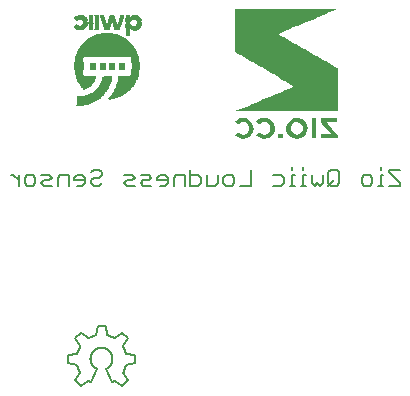
<source format=gbr>
G04 EAGLE Gerber RS-274X export*
G75*
%MOMM*%
%FSLAX34Y34*%
%LPD*%
%INSilkscreen Bottom*%
%IPPOS*%
%AMOC8*
5,1,8,0,0,1.08239X$1,22.5*%
G01*
%ADD10C,0.152400*%
%ADD11R,0.320000X0.020000*%
%ADD12R,0.380000X0.020000*%
%ADD13R,0.360000X0.020000*%
%ADD14R,0.440000X0.020000*%
%ADD15R,0.400000X0.020000*%
%ADD16R,0.420000X0.020000*%
%ADD17R,0.500000X0.020000*%
%ADD18R,0.540000X0.020000*%
%ADD19R,0.600000X0.020000*%
%ADD20R,0.680000X0.020000*%
%ADD21R,0.640000X0.020000*%
%ADD22R,0.720000X0.020000*%
%ADD23R,0.700000X0.020000*%
%ADD24R,0.800000X0.020000*%
%ADD25R,0.740000X0.020000*%
%ADD26R,0.480000X0.020000*%
%ADD27R,0.840000X0.020000*%
%ADD28R,1.200000X0.020000*%
%ADD29R,0.880000X0.020000*%
%ADD30R,1.220000X0.020000*%
%ADD31R,0.940000X0.020000*%
%ADD32R,1.240000X0.020000*%
%ADD33R,0.520000X0.020000*%
%ADD34R,0.960000X0.020000*%
%ADD35R,1.260000X0.020000*%
%ADD36R,1.000000X0.020000*%
%ADD37R,1.280000X0.020000*%
%ADD38R,1.020000X0.020000*%
%ADD39R,1.040000X0.020000*%
%ADD40R,1.300000X0.020000*%
%ADD41R,0.560000X0.020000*%
%ADD42R,1.080000X0.020000*%
%ADD43R,1.320000X0.020000*%
%ADD44R,0.580000X0.020000*%
%ADD45R,1.060000X0.020000*%
%ADD46R,0.620000X0.020000*%
%ADD47R,0.280000X0.020000*%
%ADD48R,0.200000X0.020000*%
%ADD49R,0.460000X0.020000*%
%ADD50R,0.160000X0.020000*%
%ADD51R,0.100000X0.020000*%
%ADD52R,0.040000X0.020000*%
%ADD53R,0.660000X0.020000*%
%ADD54R,0.340000X0.020000*%
%ADD55R,0.860000X0.020000*%
%ADD56R,0.300000X0.020000*%
%ADD57R,0.080000X0.020000*%
%ADD58R,0.140000X0.020000*%
%ADD59R,0.920000X0.020000*%
%ADD60R,1.180000X0.020000*%
%ADD61R,0.780000X0.020000*%
%ADD62R,0.260000X0.020000*%
%ADD63R,1.340000X0.020000*%
%ADD64R,1.500000X0.020000*%
%ADD65R,1.620000X0.020000*%
%ADD66R,1.780000X0.020000*%
%ADD67R,1.860000X0.020000*%
%ADD68R,1.980000X0.020000*%
%ADD69R,2.060000X0.020000*%
%ADD70R,2.140000X0.020000*%
%ADD71R,2.260000X0.020000*%
%ADD72R,2.340000X0.020000*%
%ADD73R,2.460000X0.020000*%
%ADD74R,2.500000X0.020000*%
%ADD75R,2.600000X0.020000*%
%ADD76R,2.660000X0.020000*%
%ADD77R,2.700000X0.020000*%
%ADD78R,2.800000X0.020000*%
%ADD79R,2.860000X0.020000*%
%ADD80R,2.940000X0.020000*%
%ADD81R,3.020000X0.020000*%
%ADD82R,3.060000X0.020000*%
%ADD83R,3.140000X0.020000*%
%ADD84R,3.180000X0.020000*%
%ADD85R,3.220000X0.020000*%
%ADD86R,3.260000X0.020000*%
%ADD87R,3.340000X0.020000*%
%ADD88R,3.420000X0.020000*%
%ADD89R,3.460000X0.020000*%
%ADD90R,3.500000X0.020000*%
%ADD91R,3.540000X0.020000*%
%ADD92R,3.580000X0.020000*%
%ADD93R,3.620000X0.020000*%
%ADD94R,3.660000X0.020000*%
%ADD95R,3.740000X0.020000*%
%ADD96R,3.780000X0.020000*%
%ADD97R,3.820000X0.020000*%
%ADD98R,3.860000X0.020000*%
%ADD99R,3.900000X0.020000*%
%ADD100R,3.940000X0.020000*%
%ADD101R,3.960000X0.020000*%
%ADD102R,4.020000X0.020000*%
%ADD103R,4.060000X0.020000*%
%ADD104R,4.100000X0.020000*%
%ADD105R,4.140000X0.020000*%
%ADD106R,4.160000X0.020000*%
%ADD107R,4.200000X0.020000*%
%ADD108R,4.220000X0.020000*%
%ADD109R,4.260000X0.020000*%
%ADD110R,4.300000X0.020000*%
%ADD111R,4.340000X0.020000*%
%ADD112R,4.380000X0.020000*%
%ADD113R,4.420000X0.020000*%
%ADD114R,4.460000X0.020000*%
%ADD115R,4.480000X0.020000*%
%ADD116R,4.500000X0.020000*%
%ADD117R,4.540000X0.020000*%
%ADD118R,4.580000X0.020000*%
%ADD119R,4.600000X0.020000*%
%ADD120R,4.620000X0.020000*%
%ADD121R,4.660000X0.020000*%
%ADD122R,4.700000X0.020000*%
%ADD123R,4.740000X0.020000*%
%ADD124R,4.780000X0.020000*%
%ADD125R,4.820000X0.020000*%
%ADD126R,4.840000X0.020000*%
%ADD127R,4.860000X0.020000*%
%ADD128R,4.900000X0.020000*%
%ADD129R,4.940000X0.020000*%
%ADD130R,4.980000X0.020000*%
%ADD131R,5.020000X0.020000*%
%ADD132R,5.060000X0.020000*%
%ADD133R,5.080000X0.020000*%
%ADD134R,5.100000X0.020000*%
%ADD135R,5.120000X0.020000*%
%ADD136R,5.140000X0.020000*%
%ADD137R,5.160000X0.020000*%
%ADD138R,5.180000X0.020000*%
%ADD139R,5.200000X0.020000*%
%ADD140R,5.220000X0.020000*%
%ADD141R,5.260000X0.020000*%
%ADD142R,5.280000X0.020000*%
%ADD143R,5.300000X0.020000*%
%ADD144R,5.340000X0.020000*%
%ADD145R,0.760000X0.020000*%
%ADD146R,1.660000X0.020000*%
%ADD147R,1.760000X0.020000*%
%ADD148R,1.640000X0.020000*%
%ADD149R,1.740000X0.020000*%
%ADD150R,1.700000X0.020000*%
%ADD151R,1.600000X0.020000*%
%ADD152R,1.580000X0.020000*%
%ADD153R,1.560000X0.020000*%
%ADD154R,1.540000X0.020000*%
%ADD155R,1.460000X0.020000*%
%ADD156R,1.440000X0.020000*%
%ADD157R,1.420000X0.020000*%
%ADD158R,1.400000X0.020000*%
%ADD159R,1.360000X0.020000*%
%ADD160R,1.520000X0.020000*%
%ADD161R,0.820000X0.020000*%
%ADD162R,1.140000X0.020000*%
%ADD163R,1.480000X0.020000*%
%ADD164R,1.100000X0.020000*%
%ADD165R,0.900000X0.020000*%
%ADD166R,1.380000X0.020000*%
%ADD167R,0.240000X0.020000*%
%ADD168R,0.980000X0.020000*%
%ADD169R,1.160000X0.020000*%
%ADD170R,1.120000X0.020000*%
%ADD171R,0.020000X0.020000*%
%ADD172R,2.080000X0.020000*%
%ADD173R,2.040000X0.020000*%
%ADD174R,2.000000X0.020000*%
%ADD175R,1.960000X0.020000*%
%ADD176R,1.940000X0.020000*%
%ADD177R,1.900000X0.020000*%
%ADD178R,1.880000X0.020000*%
%ADD179R,0.180000X0.020000*%
%ADD180R,1.840000X0.020000*%
%ADD181R,1.800000X0.020000*%
%ADD182R,1.720000X0.020000*%
%ADD183R,1.680000X0.020000*%

G36*
X291775Y237789D02*
X291775Y237789D01*
X291775Y237790D01*
X291775Y237791D01*
X291775Y274223D01*
X291770Y274229D01*
X291769Y274234D01*
X289259Y275689D01*
X286748Y277145D01*
X284238Y278604D01*
X281727Y280060D01*
X279219Y281516D01*
X276709Y282971D01*
X274198Y284427D01*
X271688Y285883D01*
X269177Y287342D01*
X266667Y288797D01*
X264153Y290256D01*
X261642Y291715D01*
X259129Y293173D01*
X256618Y294632D01*
X254105Y296094D01*
X251594Y297555D01*
X249084Y299017D01*
X246573Y300481D01*
X244066Y301946D01*
X241587Y303413D01*
X244143Y304517D01*
X249315Y306707D01*
X251901Y307797D01*
X254490Y308890D01*
X257076Y309979D01*
X259665Y311069D01*
X264843Y313242D01*
X267351Y314297D01*
X269859Y315349D01*
X272366Y316404D01*
X274874Y317456D01*
X277382Y318511D01*
X279889Y319562D01*
X282397Y320617D01*
X284905Y321672D01*
X287412Y322727D01*
X289917Y323782D01*
X291716Y324546D01*
X291718Y324551D01*
X291723Y324555D01*
X291721Y324557D01*
X291723Y324560D01*
X291716Y324563D01*
X291711Y324569D01*
X280149Y324569D01*
X277258Y324572D01*
X251240Y324572D01*
X248348Y324575D01*
X222333Y324575D01*
X220499Y324576D01*
X220499Y324577D01*
X220468Y324577D01*
X219442Y324578D01*
X204989Y324578D01*
X204977Y324567D01*
X204977Y324566D01*
X204980Y321962D01*
X204985Y319356D01*
X204991Y314143D01*
X204997Y311539D01*
X205000Y308933D01*
X205003Y306329D01*
X205009Y303723D01*
X205012Y301116D01*
X205014Y298513D01*
X205020Y295906D01*
X205023Y293300D01*
X205026Y290696D01*
X205029Y288090D01*
X205034Y288084D01*
X205035Y288079D01*
X207546Y286623D01*
X210050Y285171D01*
X212561Y283715D01*
X215066Y282259D01*
X217573Y280806D01*
X220081Y279350D01*
X222589Y277895D01*
X225096Y276442D01*
X227604Y274986D01*
X230112Y273530D01*
X232622Y272074D01*
X235133Y270619D01*
X237640Y269160D01*
X240151Y267701D01*
X242659Y266242D01*
X245169Y264784D01*
X247677Y263322D01*
X250185Y261861D01*
X252689Y260396D01*
X255168Y258932D01*
X252560Y257805D01*
X249922Y256686D01*
X247280Y255571D01*
X244642Y254455D01*
X242001Y253342D01*
X239359Y252232D01*
X236718Y251119D01*
X234077Y250009D01*
X231569Y248957D01*
X229061Y247902D01*
X226553Y246850D01*
X224046Y245799D01*
X221538Y244744D01*
X219030Y243692D01*
X216523Y242637D01*
X214015Y241585D01*
X211507Y240530D01*
X209003Y239476D01*
X207021Y238642D01*
X205036Y237808D01*
X205034Y237802D01*
X205029Y237798D01*
X205031Y237796D01*
X205029Y237793D01*
X205036Y237790D01*
X205041Y237785D01*
X228168Y237785D01*
X231059Y237782D01*
X285981Y237782D01*
X288872Y237779D01*
X291763Y237779D01*
X291775Y237789D01*
G37*
G36*
X258711Y214766D02*
X258711Y214766D01*
X258712Y214766D01*
X260139Y215004D01*
X260140Y215005D01*
X260142Y215005D01*
X262196Y215885D01*
X262197Y215887D01*
X262199Y215886D01*
X263974Y217235D01*
X263975Y217237D01*
X263976Y217237D01*
X265345Y219001D01*
X265345Y219003D01*
X265346Y219003D01*
X266221Y221055D01*
X266220Y221057D01*
X266222Y221058D01*
X266457Y223522D01*
X266456Y223524D01*
X266457Y223525D01*
X266077Y226242D01*
X266075Y226244D01*
X266076Y226246D01*
X265070Y228338D01*
X265068Y228339D01*
X265068Y228340D01*
X263546Y230093D01*
X263544Y230093D01*
X263543Y230095D01*
X261594Y231356D01*
X261592Y231356D01*
X261591Y231357D01*
X259575Y232116D01*
X259572Y232115D01*
X259571Y232116D01*
X257735Y232230D01*
X257415Y232247D01*
X257414Y232246D01*
X257414Y232247D01*
X255258Y232116D01*
X255256Y232115D01*
X255254Y232116D01*
X253235Y231357D01*
X253234Y231355D01*
X253232Y231356D01*
X251172Y229984D01*
X251171Y229982D01*
X251169Y229982D01*
X249586Y228082D01*
X249586Y228079D01*
X249584Y228079D01*
X248619Y225801D01*
X248620Y225798D01*
X248618Y225797D01*
X248612Y225743D01*
X248607Y225695D01*
X248598Y225612D01*
X248593Y225564D01*
X248583Y225481D01*
X248578Y225433D01*
X248569Y225349D01*
X248564Y225302D01*
X248564Y225301D01*
X248554Y225218D01*
X248545Y225134D01*
X248540Y225087D01*
X248531Y225003D01*
X248530Y225003D01*
X248531Y225003D01*
X248525Y224955D01*
X248516Y224872D01*
X248511Y224824D01*
X248501Y224740D01*
X248496Y224693D01*
X248487Y224609D01*
X248472Y224478D01*
X248463Y224394D01*
X248458Y224347D01*
X248458Y224346D01*
X248449Y224263D01*
X248443Y224215D01*
X248434Y224132D01*
X248429Y224084D01*
X248420Y224000D01*
X248405Y223869D01*
X248396Y223785D01*
X248390Y223738D01*
X248381Y223654D01*
X248380Y223644D01*
X248381Y223643D01*
X248380Y223642D01*
X248557Y221483D01*
X248559Y221481D01*
X248558Y221480D01*
X249360Y219353D01*
X249362Y219352D01*
X249362Y219350D01*
X250684Y217502D01*
X250686Y217501D01*
X250686Y217499D01*
X252450Y216064D01*
X252452Y216064D01*
X252452Y216062D01*
X254501Y215077D01*
X254503Y215078D01*
X254504Y215076D01*
X257253Y214774D01*
X257254Y214775D01*
X257255Y214774D01*
X257734Y214771D01*
X258710Y214765D01*
X258711Y214766D01*
G37*
G36*
X291775Y214959D02*
X291775Y214959D01*
X291775Y214960D01*
X291775Y217799D01*
X291772Y217803D01*
X291772Y217807D01*
X290218Y219617D01*
X288666Y221425D01*
X287112Y223232D01*
X285560Y225039D01*
X284005Y226850D01*
X282468Y228638D01*
X284694Y228652D01*
X286946Y228667D01*
X289195Y228678D01*
X291447Y228693D01*
X291459Y228703D01*
X291458Y228704D01*
X291459Y228705D01*
X291459Y231979D01*
X291448Y231991D01*
X291447Y231991D01*
X277496Y231991D01*
X277484Y231981D01*
X277485Y231980D01*
X277484Y231979D01*
X277487Y230579D01*
X277493Y229178D01*
X277496Y229174D01*
X277496Y229170D01*
X279056Y227354D01*
X280619Y225541D01*
X282180Y223728D01*
X283743Y221912D01*
X285304Y220099D01*
X286850Y218302D01*
X284581Y218291D01*
X284575Y218291D01*
X284531Y218291D01*
X282645Y218279D01*
X282640Y218279D01*
X280718Y218267D01*
X280713Y218267D01*
X279841Y218262D01*
X278792Y218255D01*
X278787Y218255D01*
X277496Y218247D01*
X277484Y218237D01*
X277485Y218236D01*
X277484Y218235D01*
X277484Y214960D01*
X277495Y214949D01*
X277496Y214948D01*
X291763Y214948D01*
X291775Y214959D01*
G37*
G36*
X214451Y214963D02*
X214451Y214963D01*
X214453Y214965D01*
X214455Y214964D01*
X216872Y216077D01*
X216873Y216079D01*
X216875Y216079D01*
X218863Y217851D01*
X218863Y217854D01*
X218865Y217854D01*
X220185Y220217D01*
X220184Y220219D01*
X220185Y220220D01*
X220186Y220220D01*
X220735Y222876D01*
X220734Y222878D01*
X220735Y222879D01*
X220523Y225582D01*
X220521Y225584D01*
X220522Y225585D01*
X219517Y228099D01*
X219515Y228100D01*
X219515Y228102D01*
X218083Y229921D01*
X218081Y229921D01*
X218080Y229923D01*
X216209Y231286D01*
X216207Y231286D01*
X216206Y231287D01*
X214027Y232069D01*
X214025Y232068D01*
X214024Y232070D01*
X211720Y232308D01*
X211718Y232307D01*
X211717Y232308D01*
X209474Y232084D01*
X209473Y232083D01*
X209471Y232084D01*
X207344Y231337D01*
X207343Y231335D01*
X207341Y231335D01*
X205482Y230066D01*
X205481Y230065D01*
X205080Y229716D01*
X205078Y229700D01*
X205079Y229700D01*
X205078Y229699D01*
X206252Y228351D01*
X206253Y228351D01*
X207485Y227002D01*
X207499Y227001D01*
X207500Y227001D01*
X208261Y227518D01*
X210060Y228536D01*
X212110Y228777D01*
X213895Y228400D01*
X215707Y226896D01*
X216667Y224733D01*
X216704Y222367D01*
X215803Y220180D01*
X214081Y218659D01*
X211837Y218149D01*
X209782Y218525D01*
X207992Y219619D01*
X207344Y220142D01*
X207328Y220141D01*
X206154Y218885D01*
X204980Y217630D01*
X204979Y217614D01*
X204981Y217614D01*
X204981Y217613D01*
X205588Y217067D01*
X205589Y217067D01*
X205589Y217066D01*
X207341Y215761D01*
X207343Y215762D01*
X207344Y215760D01*
X209372Y214952D01*
X209374Y214953D01*
X209375Y214951D01*
X211912Y214731D01*
X211913Y214731D01*
X211914Y214731D01*
X214451Y214963D01*
G37*
G36*
X232312Y214908D02*
X232312Y214908D01*
X232314Y214909D01*
X232316Y214909D01*
X234019Y215583D01*
X234020Y215584D01*
X234021Y215584D01*
X236137Y217078D01*
X236137Y217080D01*
X236139Y217080D01*
X237708Y219137D01*
X237708Y219140D01*
X237710Y219140D01*
X238619Y221564D01*
X238619Y221565D01*
X238620Y221566D01*
X238619Y221567D01*
X238620Y221568D01*
X238731Y224212D01*
X238729Y224213D01*
X238730Y224215D01*
X238170Y226801D01*
X238168Y226802D01*
X238168Y226804D01*
X237204Y228580D01*
X237202Y228580D01*
X237202Y228582D01*
X235868Y230099D01*
X235867Y230099D01*
X235866Y230100D01*
X234222Y231269D01*
X234220Y231268D01*
X234219Y231270D01*
X232075Y232095D01*
X232072Y232094D01*
X232071Y232096D01*
X229776Y232253D01*
X229775Y232252D01*
X229774Y232253D01*
X227304Y232067D01*
X227302Y232065D01*
X227301Y232066D01*
X225371Y231337D01*
X225370Y231335D01*
X225369Y231335D01*
X223660Y230185D01*
X223660Y230184D01*
X223659Y230184D01*
X223118Y229699D01*
X223117Y229683D01*
X223118Y229683D01*
X223117Y229682D01*
X224315Y228299D01*
X225512Y226916D01*
X225527Y226913D01*
X225528Y226914D01*
X226068Y227355D01*
X227809Y228432D01*
X229816Y228797D01*
X231749Y228472D01*
X233357Y227360D01*
X234448Y225588D01*
X234804Y223532D01*
X234479Y221462D01*
X233395Y219676D01*
X231789Y218517D01*
X229839Y218146D01*
X227858Y218485D01*
X226134Y219533D01*
X225420Y220046D01*
X225408Y220045D01*
X225405Y220045D01*
X224167Y218883D01*
X223008Y217721D01*
X223007Y217715D01*
X223005Y217713D01*
X223007Y217711D01*
X223007Y217705D01*
X223007Y217704D01*
X223481Y217218D01*
X223482Y217218D01*
X223482Y217217D01*
X225275Y215831D01*
X225277Y215831D01*
X225278Y215830D01*
X227367Y214944D01*
X227369Y214944D01*
X227371Y214943D01*
X229838Y214739D01*
X229839Y214740D01*
X229840Y214739D01*
X232312Y214908D01*
G37*
%LPC*%
G36*
X255597Y218453D02*
X255597Y218453D01*
X253666Y219783D01*
X252536Y221839D01*
X252362Y224182D01*
X252973Y226177D01*
X254327Y227757D01*
X255823Y228577D01*
X257524Y228742D01*
X257732Y228704D01*
X259661Y228342D01*
X261597Y226687D01*
X262511Y224306D01*
X262290Y221764D01*
X260977Y219581D01*
X258774Y218305D01*
X257733Y218224D01*
X257174Y218177D01*
X255597Y218453D01*
G37*
%LPD*%
G36*
X273806Y214962D02*
X273806Y214962D01*
X273805Y214963D01*
X273806Y214963D01*
X273806Y231979D01*
X273796Y231991D01*
X273795Y231991D01*
X273794Y231991D01*
X269991Y231991D01*
X269979Y231981D01*
X269979Y231980D01*
X269979Y231979D01*
X269979Y214963D01*
X269989Y214951D01*
X269990Y214952D01*
X269991Y214951D01*
X273794Y214951D01*
X273806Y214962D01*
G37*
G36*
X245588Y214962D02*
X245588Y214962D01*
X245587Y214963D01*
X245588Y214963D01*
X245588Y218872D01*
X245578Y218883D01*
X245577Y218883D01*
X245576Y218883D01*
X241665Y218883D01*
X241653Y218873D01*
X241654Y218872D01*
X241653Y218872D01*
X241653Y214963D01*
X241664Y214951D01*
X241664Y214952D01*
X241665Y214951D01*
X245576Y214951D01*
X245588Y214962D01*
G37*
D10*
X344678Y188480D02*
X335526Y188480D01*
X335526Y186192D01*
X344678Y177040D01*
X344678Y174752D01*
X335526Y174752D01*
X330645Y183904D02*
X328357Y183904D01*
X328357Y174752D01*
X330645Y174752D02*
X326069Y174752D01*
X328357Y188480D02*
X328357Y190768D01*
X319002Y174752D02*
X314426Y174752D01*
X312138Y177040D01*
X312138Y181616D01*
X314426Y183904D01*
X319002Y183904D01*
X321290Y181616D01*
X321290Y177040D01*
X319002Y174752D01*
X293224Y177040D02*
X293224Y186192D01*
X290937Y188480D01*
X286361Y188480D01*
X284073Y186192D01*
X284073Y177040D01*
X286361Y174752D01*
X290937Y174752D01*
X293224Y177040D01*
X288649Y179328D02*
X284073Y174752D01*
X279192Y177040D02*
X279192Y183904D01*
X279192Y177040D02*
X276904Y174752D01*
X274616Y177040D01*
X272328Y174752D01*
X270040Y177040D01*
X270040Y183904D01*
X265159Y183904D02*
X262871Y183904D01*
X262871Y174752D01*
X265159Y174752D02*
X260583Y174752D01*
X262871Y188480D02*
X262871Y190768D01*
X255804Y183904D02*
X253516Y183904D01*
X253516Y174752D01*
X255804Y174752D02*
X251228Y174752D01*
X253516Y188480D02*
X253516Y190768D01*
X244161Y183904D02*
X237297Y183904D01*
X244161Y183904D02*
X246449Y181616D01*
X246449Y177040D01*
X244161Y174752D01*
X237297Y174752D01*
X218383Y174752D02*
X218383Y188480D01*
X218383Y174752D02*
X209231Y174752D01*
X202062Y174752D02*
X197486Y174752D01*
X195198Y177040D01*
X195198Y181616D01*
X197486Y183904D01*
X202062Y183904D01*
X204350Y181616D01*
X204350Y177040D01*
X202062Y174752D01*
X190317Y177040D02*
X190317Y183904D01*
X190317Y177040D02*
X188029Y174752D01*
X181166Y174752D01*
X181166Y183904D01*
X167133Y188480D02*
X167133Y174752D01*
X173997Y174752D01*
X176285Y177040D01*
X176285Y181616D01*
X173997Y183904D01*
X167133Y183904D01*
X162252Y183904D02*
X162252Y174752D01*
X162252Y183904D02*
X155388Y183904D01*
X153100Y181616D01*
X153100Y174752D01*
X145931Y174752D02*
X141355Y174752D01*
X145931Y174752D02*
X148219Y177040D01*
X148219Y181616D01*
X145931Y183904D01*
X141355Y183904D01*
X139067Y181616D01*
X139067Y179328D01*
X148219Y179328D01*
X134186Y174752D02*
X127322Y174752D01*
X125034Y177040D01*
X127322Y179328D01*
X131898Y179328D01*
X134186Y181616D01*
X131898Y183904D01*
X125034Y183904D01*
X120154Y174752D02*
X113290Y174752D01*
X111002Y177040D01*
X113290Y179328D01*
X117866Y179328D01*
X120154Y181616D01*
X117866Y183904D01*
X111002Y183904D01*
X85224Y188480D02*
X82936Y186192D01*
X85224Y188480D02*
X89800Y188480D01*
X92088Y186192D01*
X92088Y183904D01*
X89800Y181616D01*
X85224Y181616D01*
X82936Y179328D01*
X82936Y177040D01*
X85224Y174752D01*
X89800Y174752D01*
X92088Y177040D01*
X75767Y174752D02*
X71191Y174752D01*
X75767Y174752D02*
X78055Y177040D01*
X78055Y181616D01*
X75767Y183904D01*
X71191Y183904D01*
X68903Y181616D01*
X68903Y179328D01*
X78055Y179328D01*
X64022Y174752D02*
X64022Y183904D01*
X57159Y183904D01*
X54871Y181616D01*
X54871Y174752D01*
X49990Y174752D02*
X43126Y174752D01*
X40838Y177040D01*
X43126Y179328D01*
X47702Y179328D01*
X49990Y181616D01*
X47702Y183904D01*
X40838Y183904D01*
X33669Y174752D02*
X29093Y174752D01*
X26805Y177040D01*
X26805Y181616D01*
X29093Y183904D01*
X33669Y183904D01*
X35957Y181616D01*
X35957Y177040D01*
X33669Y174752D01*
X21924Y174752D02*
X21924Y183904D01*
X21924Y179328D02*
X17348Y183904D01*
X15060Y183904D01*
D11*
X120352Y318416D03*
D12*
X114452Y318416D03*
X109652Y318416D03*
D13*
X100952Y318416D03*
X92352Y318416D03*
D12*
X87652Y318416D03*
X82852Y318416D03*
D13*
X74152Y318416D03*
D14*
X120352Y318216D03*
D15*
X114352Y318216D03*
X109552Y318216D03*
X100952Y318216D03*
X92352Y318216D03*
D16*
X87852Y318216D03*
X82852Y318216D03*
D17*
X74252Y318216D03*
D18*
X120452Y318016D03*
D15*
X114352Y318016D03*
X109552Y318016D03*
D14*
X100952Y318016D03*
D15*
X92352Y318016D03*
X87752Y318016D03*
D16*
X82852Y318016D03*
D19*
X74152Y318016D03*
X120552Y317816D03*
D15*
X114352Y317816D03*
X109552Y317816D03*
D14*
X100952Y317816D03*
D12*
X92452Y317816D03*
D15*
X87752Y317816D03*
D16*
X82852Y317816D03*
D20*
X74152Y317816D03*
D21*
X120552Y317616D03*
D15*
X114352Y317616D03*
D16*
X109452Y317616D03*
D14*
X100952Y317616D03*
D12*
X92452Y317616D03*
D15*
X87752Y317616D03*
D16*
X82852Y317616D03*
D22*
X74152Y317616D03*
D23*
X120452Y317416D03*
D15*
X114352Y317416D03*
X109352Y317416D03*
D14*
X100952Y317416D03*
D12*
X92452Y317416D03*
D15*
X87752Y317416D03*
D16*
X82852Y317416D03*
D24*
X74152Y317416D03*
D25*
X120452Y317216D03*
D16*
X114452Y317216D03*
D15*
X109352Y317216D03*
D26*
X100952Y317216D03*
D12*
X92652Y317216D03*
D15*
X87752Y317216D03*
D16*
X82852Y317216D03*
D27*
X74152Y317216D03*
D28*
X118352Y317016D03*
D16*
X109252Y317016D03*
D26*
X100952Y317016D03*
D12*
X92652Y317016D03*
D15*
X87752Y317016D03*
D16*
X82852Y317016D03*
D29*
X74152Y317016D03*
D30*
X118452Y316816D03*
D15*
X109152Y316816D03*
D17*
X100852Y316816D03*
D13*
X92752Y316816D03*
D15*
X87752Y316816D03*
D16*
X82852Y316816D03*
D31*
X74252Y316816D03*
D32*
X118552Y316616D03*
D15*
X109152Y316616D03*
D33*
X100952Y316616D03*
D12*
X92852Y316616D03*
D15*
X87752Y316616D03*
D16*
X82852Y316616D03*
D34*
X74152Y316616D03*
D35*
X118652Y316416D03*
D15*
X108952Y316416D03*
D33*
X100952Y316416D03*
D12*
X92852Y316416D03*
D15*
X87752Y316416D03*
D16*
X82852Y316416D03*
D36*
X74152Y316416D03*
D37*
X118752Y316216D03*
D15*
X108952Y316216D03*
D33*
X100952Y316216D03*
D13*
X92952Y316216D03*
D15*
X87752Y316216D03*
D16*
X82852Y316216D03*
D38*
X74252Y316216D03*
D37*
X118752Y316016D03*
D15*
X108952Y316016D03*
D18*
X100852Y316016D03*
D12*
X93052Y316016D03*
D15*
X87752Y316016D03*
D16*
X82852Y316016D03*
D39*
X74152Y316016D03*
D40*
X118852Y315816D03*
D12*
X108852Y315816D03*
D41*
X100952Y315816D03*
D12*
X93052Y315816D03*
D15*
X87752Y315816D03*
D16*
X82852Y315816D03*
D42*
X74152Y315816D03*
D40*
X118852Y315616D03*
D12*
X108852Y315616D03*
D41*
X100952Y315616D03*
D13*
X93152Y315616D03*
D15*
X87752Y315616D03*
D16*
X82852Y315616D03*
D42*
X74352Y315616D03*
D43*
X118952Y315416D03*
D12*
X108652Y315416D03*
D44*
X100852Y315416D03*
D13*
X93152Y315416D03*
D15*
X87752Y315416D03*
D16*
X82852Y315416D03*
D45*
X74452Y315416D03*
D41*
X122752Y315216D03*
D46*
X115452Y315216D03*
D12*
X108652Y315216D03*
D44*
X100852Y315216D03*
D12*
X93252Y315216D03*
D15*
X87752Y315216D03*
D16*
X82852Y315216D03*
D41*
X77152Y315216D03*
D15*
X71552Y315216D03*
D17*
X123052Y315016D03*
D41*
X115152Y315016D03*
D12*
X108652Y315016D03*
D19*
X100952Y315016D03*
D13*
X93352Y315016D03*
D15*
X87752Y315016D03*
D16*
X82852Y315016D03*
D26*
X77552Y315016D03*
D47*
X71352Y315016D03*
D26*
X123352Y314816D03*
D33*
X114952Y314816D03*
D12*
X108452Y314816D03*
D46*
X100852Y314816D03*
D12*
X93452Y314816D03*
D15*
X87752Y314816D03*
D16*
X82852Y314816D03*
D26*
X77752Y314816D03*
D48*
X71352Y314816D03*
D49*
X123452Y314616D03*
D17*
X114852Y314616D03*
D12*
X108452Y314616D03*
D46*
X100852Y314616D03*
D12*
X93452Y314616D03*
D15*
X87752Y314616D03*
D16*
X82852Y314616D03*
D49*
X77852Y314616D03*
D50*
X71352Y314616D03*
D14*
X123552Y314416D03*
D26*
X114752Y314416D03*
D12*
X108452Y314416D03*
D21*
X100952Y314416D03*
D13*
X93552Y314416D03*
D15*
X87752Y314416D03*
D16*
X82852Y314416D03*
D49*
X78052Y314416D03*
D51*
X71452Y314416D03*
D49*
X123652Y314216D03*
D26*
X114752Y314216D03*
D13*
X108352Y314216D03*
D21*
X100952Y314216D03*
D13*
X93552Y314216D03*
D15*
X87752Y314216D03*
D16*
X82852Y314216D03*
D14*
X78152Y314216D03*
D52*
X71352Y314216D03*
D14*
X123752Y314016D03*
D49*
X114652Y314016D03*
D12*
X108252Y314016D03*
D21*
X100952Y314016D03*
D13*
X93752Y314016D03*
D15*
X87752Y314016D03*
D16*
X82852Y314016D03*
D14*
X78152Y314016D03*
D16*
X123852Y313816D03*
D14*
X114552Y313816D03*
D13*
X108152Y313816D03*
D53*
X100852Y313816D03*
D13*
X93752Y313816D03*
D15*
X87752Y313816D03*
D16*
X82852Y313816D03*
X78252Y313816D03*
X123852Y313616D03*
D14*
X114552Y313616D03*
D12*
X108052Y313616D03*
D53*
X100852Y313616D03*
D13*
X93752Y313616D03*
D15*
X87752Y313616D03*
D16*
X82852Y313616D03*
X78252Y313616D03*
D15*
X123952Y313416D03*
D16*
X114452Y313416D03*
D12*
X108052Y313416D03*
D20*
X100952Y313416D03*
D12*
X93852Y313416D03*
D15*
X87752Y313416D03*
D16*
X82852Y313416D03*
D15*
X78352Y313416D03*
X123952Y313216D03*
D16*
X114452Y313216D03*
D12*
X108052Y313216D03*
D11*
X102752Y313216D03*
D54*
X99052Y313216D03*
D13*
X93952Y313216D03*
D15*
X87752Y313216D03*
D16*
X82852Y313216D03*
D15*
X78352Y313216D03*
X123952Y313016D03*
D16*
X114452Y313016D03*
D13*
X107952Y313016D03*
D54*
X102852Y313016D03*
X99052Y313016D03*
D13*
X93952Y313016D03*
D15*
X87752Y313016D03*
D55*
X80652Y313016D03*
D15*
X124152Y312816D03*
X114352Y312816D03*
D12*
X107852Y312816D03*
D54*
X102852Y312816D03*
X99052Y312816D03*
D13*
X94152Y312816D03*
D15*
X87752Y312816D03*
D55*
X80652Y312816D03*
D15*
X124152Y312616D03*
X114352Y312616D03*
D12*
X107852Y312616D03*
D11*
X102952Y312616D03*
X98952Y312616D03*
D13*
X94152Y312616D03*
D15*
X87752Y312616D03*
D55*
X80652Y312616D03*
D15*
X124152Y312416D03*
X114352Y312416D03*
D13*
X107752Y312416D03*
D54*
X103052Y312416D03*
D11*
X98952Y312416D03*
D54*
X94252Y312416D03*
D15*
X87752Y312416D03*
D55*
X80652Y312416D03*
D15*
X124152Y312216D03*
X114352Y312216D03*
D12*
X107652Y312216D03*
D11*
X103152Y312216D03*
D54*
X98852Y312216D03*
X94252Y312216D03*
D15*
X87752Y312216D03*
D55*
X80652Y312216D03*
D15*
X124152Y312016D03*
X114352Y312016D03*
D12*
X107652Y312016D03*
D56*
X103252Y312016D03*
D11*
X98752Y312016D03*
D54*
X94252Y312016D03*
D15*
X87752Y312016D03*
D55*
X80652Y312016D03*
D15*
X124152Y311816D03*
X114352Y311816D03*
D12*
X107452Y311816D03*
D56*
X103252Y311816D03*
D54*
X98652Y311816D03*
X94452Y311816D03*
D15*
X87752Y311816D03*
D55*
X80652Y311816D03*
D15*
X123952Y311616D03*
X114352Y311616D03*
D12*
X107452Y311616D03*
D11*
X103352Y311616D03*
D54*
X98652Y311616D03*
X94452Y311616D03*
D15*
X87752Y311616D03*
D14*
X82752Y311616D03*
D15*
X78352Y311616D03*
X123952Y311416D03*
D16*
X114452Y311416D03*
D13*
X107352Y311416D03*
D54*
X103452Y311416D03*
X98652Y311416D03*
D11*
X94552Y311416D03*
D15*
X87752Y311416D03*
D16*
X82852Y311416D03*
D15*
X78352Y311416D03*
X123952Y311216D03*
D16*
X114452Y311216D03*
D13*
X107352Y311216D03*
D54*
X103452Y311216D03*
X98452Y311216D03*
X94652Y311216D03*
D15*
X87752Y311216D03*
D16*
X82852Y311216D03*
X78252Y311216D03*
X123852Y311016D03*
D14*
X114552Y311016D03*
D23*
X105452Y311016D03*
D54*
X98452Y311016D03*
X94652Y311016D03*
D15*
X87752Y311016D03*
D16*
X82852Y311016D03*
X78252Y311016D03*
X123852Y310816D03*
D14*
X114552Y310816D03*
D23*
X105452Y310816D03*
D54*
X98452Y310816D03*
D13*
X94752Y310816D03*
D15*
X87752Y310816D03*
D16*
X82852Y310816D03*
D14*
X78152Y310816D03*
X123752Y310616D03*
X114552Y310616D03*
D20*
X105552Y310616D03*
D23*
X96452Y310616D03*
D15*
X87752Y310616D03*
D16*
X82852Y310616D03*
D14*
X78152Y310616D03*
D57*
X71352Y310616D03*
D16*
X123652Y310416D03*
D49*
X114652Y310416D03*
D53*
X105452Y310416D03*
D20*
X96552Y310416D03*
D15*
X87752Y310416D03*
D16*
X82852Y310416D03*
D49*
X78052Y310416D03*
D58*
X71252Y310416D03*
D14*
X123552Y310216D03*
D26*
X114752Y310216D03*
D53*
X105452Y310216D03*
X96452Y310216D03*
D15*
X87752Y310216D03*
D16*
X82852Y310216D03*
D49*
X77852Y310216D03*
D48*
X71152Y310216D03*
D49*
X123452Y310016D03*
D17*
X114852Y310016D03*
D21*
X105352Y310016D03*
X96552Y310016D03*
D15*
X87752Y310016D03*
D16*
X82852Y310016D03*
D26*
X77752Y310016D03*
D47*
X71152Y310016D03*
D14*
X123352Y309816D03*
D17*
X114852Y309816D03*
D21*
X105352Y309816D03*
X96552Y309816D03*
D15*
X87752Y309816D03*
D16*
X82852Y309816D03*
D17*
X77452Y309816D03*
D11*
X71152Y309816D03*
D26*
X123152Y309616D03*
D18*
X115052Y309616D03*
D46*
X105452Y309616D03*
D21*
X96552Y309616D03*
D15*
X87752Y309616D03*
D16*
X82852Y309616D03*
D42*
X74552Y309616D03*
D17*
X123052Y309416D03*
D41*
X115152Y309416D03*
D46*
X105452Y309416D03*
D19*
X96552Y309416D03*
D15*
X87752Y309416D03*
D16*
X82852Y309416D03*
D42*
X74352Y309416D03*
D41*
X122752Y309216D03*
D46*
X115452Y309216D03*
D19*
X105352Y309216D03*
X96552Y309216D03*
D15*
X87752Y309216D03*
D16*
X82852Y309216D03*
D42*
X74352Y309216D03*
D40*
X118852Y309016D03*
D44*
X105452Y309016D03*
D41*
X96552Y309016D03*
D15*
X87752Y309016D03*
D16*
X82852Y309016D03*
D42*
X74152Y309016D03*
D40*
X118852Y308816D03*
D44*
X105452Y308816D03*
D41*
X96552Y308816D03*
D15*
X87752Y308816D03*
D16*
X82852Y308816D03*
D39*
X74152Y308816D03*
D37*
X118752Y308616D03*
D41*
X105352Y308616D03*
D18*
X96652Y308616D03*
D15*
X87752Y308616D03*
D16*
X82852Y308616D03*
D36*
X74152Y308616D03*
D37*
X118752Y308416D03*
D18*
X105452Y308416D03*
X96652Y308416D03*
D15*
X87752Y308416D03*
D16*
X82852Y308416D03*
D36*
X74152Y308416D03*
D35*
X118652Y308216D03*
D18*
X105452Y308216D03*
D33*
X96552Y308216D03*
D15*
X87752Y308216D03*
D16*
X82852Y308216D03*
D34*
X74152Y308216D03*
D32*
X118552Y308016D03*
D33*
X105352Y308016D03*
D17*
X96652Y308016D03*
D15*
X87752Y308016D03*
D16*
X82852Y308016D03*
D59*
X74152Y308016D03*
D30*
X118452Y307816D03*
D33*
X105352Y307816D03*
D17*
X96652Y307816D03*
D15*
X87752Y307816D03*
D16*
X82852Y307816D03*
D29*
X74152Y307816D03*
D28*
X118352Y307616D03*
D17*
X105452Y307616D03*
D26*
X96752Y307616D03*
D15*
X87752Y307616D03*
D16*
X82852Y307616D03*
D27*
X74152Y307616D03*
D60*
X118252Y307416D03*
D49*
X105452Y307416D03*
X96652Y307416D03*
D15*
X87752Y307416D03*
D16*
X82852Y307416D03*
D61*
X74052Y307416D03*
D23*
X120452Y307216D03*
D16*
X114452Y307216D03*
D14*
X105352Y307216D03*
D49*
X96652Y307216D03*
D15*
X87752Y307216D03*
D16*
X82852Y307216D03*
D20*
X74152Y307216D03*
D53*
X120452Y307016D03*
D15*
X114352Y307016D03*
D14*
X105352Y307016D03*
D49*
X96652Y307016D03*
D15*
X87752Y307016D03*
D16*
X82852Y307016D03*
D19*
X74152Y307016D03*
D44*
X120452Y306816D03*
D15*
X114352Y306816D03*
D14*
X105352Y306816D03*
D16*
X96652Y306816D03*
D15*
X87752Y306816D03*
D16*
X82852Y306816D03*
D33*
X74152Y306816D03*
X120352Y306616D03*
D15*
X114352Y306616D03*
X105352Y306616D03*
D16*
X96652Y306616D03*
D15*
X87752Y306616D03*
D16*
X82852Y306616D03*
D12*
X74052Y306616D03*
D26*
X120352Y306416D03*
D15*
X114352Y306416D03*
X105352Y306416D03*
X96752Y306416D03*
D12*
X87652Y306416D03*
D15*
X82952Y306416D03*
D62*
X74252Y306416D03*
D13*
X120352Y306216D03*
D15*
X114352Y306216D03*
D48*
X120352Y306016D03*
D15*
X114352Y306016D03*
X114352Y305816D03*
X114352Y305616D03*
X114352Y305416D03*
X114352Y305216D03*
X114352Y305016D03*
X114352Y304816D03*
X114352Y304616D03*
X114352Y304416D03*
X114352Y304216D03*
X114352Y304016D03*
X114352Y303816D03*
X114352Y303616D03*
D62*
X96652Y303616D03*
D15*
X114352Y303416D03*
D46*
X96652Y303416D03*
D15*
X114352Y303216D03*
D31*
X96652Y303216D03*
D15*
X114352Y303016D03*
D42*
X96752Y303016D03*
D15*
X114352Y302816D03*
D63*
X96652Y302816D03*
D15*
X114352Y302616D03*
D64*
X96652Y302616D03*
D15*
X114352Y302416D03*
D65*
X96652Y302416D03*
D15*
X114352Y302216D03*
D66*
X96652Y302216D03*
D12*
X114452Y302016D03*
D67*
X96652Y302016D03*
D68*
X96652Y301816D03*
D69*
X96652Y301616D03*
D70*
X96652Y301416D03*
D71*
X96652Y301216D03*
D72*
X96652Y301016D03*
D73*
X96652Y300816D03*
D74*
X96652Y300616D03*
D75*
X96752Y300416D03*
D76*
X96652Y300216D03*
D77*
X96652Y300016D03*
D78*
X96552Y299816D03*
D79*
X96652Y299616D03*
D80*
X96652Y299416D03*
D81*
X96652Y299216D03*
D82*
X96652Y299016D03*
D83*
X96652Y298816D03*
D84*
X96652Y298616D03*
D85*
X96652Y298416D03*
D86*
X96652Y298216D03*
D87*
X96652Y298016D03*
D88*
X96652Y297816D03*
D89*
X96652Y297616D03*
D90*
X96652Y297416D03*
D91*
X96652Y297216D03*
D92*
X96652Y297016D03*
D93*
X96652Y296816D03*
D94*
X96652Y296616D03*
D95*
X96652Y296416D03*
D96*
X96652Y296216D03*
D97*
X96652Y296016D03*
D98*
X96652Y295816D03*
D99*
X96652Y295616D03*
D100*
X96652Y295416D03*
D101*
X96552Y295216D03*
D102*
X96652Y295016D03*
D103*
X96652Y294816D03*
D104*
X96652Y294616D03*
D105*
X96652Y294416D03*
D106*
X96752Y294216D03*
D107*
X96752Y294016D03*
D108*
X96652Y293816D03*
D109*
X96652Y293616D03*
D110*
X96652Y293416D03*
D111*
X96652Y293216D03*
D112*
X96652Y293016D03*
D113*
X96652Y292816D03*
X96652Y292616D03*
D114*
X96652Y292416D03*
D115*
X96752Y292216D03*
D116*
X96652Y292016D03*
D117*
X96652Y291816D03*
D118*
X96652Y291616D03*
D119*
X96552Y291416D03*
D120*
X96652Y291216D03*
D121*
X96652Y291016D03*
X96652Y290816D03*
D122*
X96652Y290616D03*
D123*
X96652Y290416D03*
X96652Y290216D03*
D124*
X96652Y290016D03*
D125*
X96652Y289816D03*
X96652Y289616D03*
D126*
X96752Y289416D03*
D127*
X96652Y289216D03*
D128*
X96652Y289016D03*
X96652Y288816D03*
D129*
X96652Y288616D03*
X96652Y288416D03*
D130*
X96652Y288216D03*
D131*
X96652Y288016D03*
X96652Y287816D03*
X96652Y287616D03*
D132*
X96652Y287416D03*
D133*
X96752Y287216D03*
D134*
X96652Y287016D03*
X96652Y286816D03*
D135*
X96752Y286616D03*
D136*
X96652Y286416D03*
D137*
X96752Y286216D03*
X96752Y286016D03*
D138*
X96652Y285816D03*
D139*
X96552Y285616D03*
D140*
X96652Y285416D03*
X96652Y285216D03*
X96652Y285016D03*
D141*
X96652Y284816D03*
D142*
X96552Y284616D03*
D143*
X96652Y284416D03*
X96652Y284216D03*
X96652Y284016D03*
D144*
X96652Y283816D03*
X96652Y283616D03*
D20*
X120152Y283416D03*
D22*
X73552Y283416D03*
D53*
X120252Y283216D03*
D22*
X73352Y283216D03*
D21*
X120352Y283016D03*
D22*
X73352Y283016D03*
D21*
X120352Y282816D03*
D22*
X73352Y282816D03*
D21*
X120352Y282616D03*
D23*
X73252Y282616D03*
D53*
X120452Y282416D03*
D22*
X73152Y282416D03*
D53*
X120452Y282216D03*
D22*
X73152Y282216D03*
D53*
X120452Y282016D03*
D22*
X73152Y282016D03*
D20*
X120552Y281816D03*
D22*
X73152Y281816D03*
D20*
X120552Y281616D03*
D22*
X73152Y281616D03*
D20*
X120552Y281416D03*
D22*
X73152Y281416D03*
D20*
X120552Y281216D03*
D22*
X73152Y281216D03*
D20*
X120552Y281016D03*
D25*
X73052Y281016D03*
D20*
X120552Y280816D03*
D25*
X73052Y280816D03*
D23*
X120652Y280616D03*
D25*
X73052Y280616D03*
D23*
X120652Y280416D03*
D145*
X72952Y280416D03*
D23*
X120652Y280216D03*
D145*
X72952Y280216D03*
D23*
X120652Y280016D03*
D145*
X72952Y280016D03*
D23*
X120652Y279816D03*
D145*
X72952Y279816D03*
D23*
X120652Y279616D03*
D145*
X72952Y279616D03*
D23*
X120652Y279416D03*
D145*
X72952Y279416D03*
D23*
X120652Y279216D03*
D145*
X72952Y279216D03*
D23*
X120652Y279016D03*
D145*
X72952Y279016D03*
D23*
X120652Y278816D03*
D145*
X72952Y278816D03*
D22*
X120752Y278616D03*
D61*
X72852Y278616D03*
D22*
X120752Y278416D03*
D61*
X72852Y278416D03*
D22*
X120752Y278216D03*
D61*
X72852Y278216D03*
D22*
X120752Y278016D03*
D26*
X109152Y278016D03*
D33*
X100952Y278016D03*
D18*
X92852Y278016D03*
D33*
X84952Y278016D03*
D61*
X72852Y278016D03*
D22*
X120752Y277816D03*
D33*
X109152Y277816D03*
D18*
X101052Y277816D03*
D41*
X92952Y277816D03*
D18*
X84852Y277816D03*
D61*
X72852Y277816D03*
D22*
X120752Y277616D03*
D18*
X109252Y277616D03*
X101052Y277616D03*
D41*
X92952Y277616D03*
X84952Y277616D03*
D61*
X72852Y277616D03*
D22*
X120752Y277416D03*
D18*
X109252Y277416D03*
X101052Y277416D03*
D41*
X92952Y277416D03*
X84952Y277416D03*
D61*
X72852Y277416D03*
D22*
X120752Y277216D03*
D18*
X109252Y277216D03*
X101052Y277216D03*
D41*
X92952Y277216D03*
X84952Y277216D03*
D61*
X72852Y277216D03*
D25*
X120852Y277016D03*
D18*
X109252Y277016D03*
X101052Y277016D03*
D41*
X92952Y277016D03*
X84952Y277016D03*
D61*
X72852Y277016D03*
D25*
X120852Y276816D03*
D18*
X109252Y276816D03*
X101052Y276816D03*
D41*
X92952Y276816D03*
X84952Y276816D03*
D24*
X72752Y276816D03*
D25*
X120852Y276616D03*
D18*
X109252Y276616D03*
X101052Y276616D03*
D41*
X92952Y276616D03*
X84952Y276616D03*
D24*
X72752Y276616D03*
D25*
X120852Y276416D03*
D18*
X109252Y276416D03*
X101052Y276416D03*
D41*
X92952Y276416D03*
X84952Y276416D03*
D24*
X72752Y276416D03*
D25*
X120852Y276216D03*
D18*
X109252Y276216D03*
X101052Y276216D03*
D41*
X92952Y276216D03*
X84952Y276216D03*
D24*
X72752Y276216D03*
D25*
X120852Y276016D03*
D18*
X109252Y276016D03*
X101052Y276016D03*
D41*
X92952Y276016D03*
X84952Y276016D03*
D24*
X72752Y276016D03*
D25*
X120852Y275816D03*
D18*
X109252Y275816D03*
X101052Y275816D03*
D41*
X92952Y275816D03*
X84952Y275816D03*
D24*
X72752Y275816D03*
D25*
X120852Y275616D03*
D18*
X109252Y275616D03*
X101052Y275616D03*
D41*
X92952Y275616D03*
X84952Y275616D03*
D24*
X72752Y275616D03*
D25*
X120852Y275416D03*
D18*
X109252Y275416D03*
X101052Y275416D03*
D41*
X92952Y275416D03*
X84952Y275416D03*
D24*
X72752Y275416D03*
D25*
X120852Y275216D03*
D18*
X109252Y275216D03*
X101052Y275216D03*
D41*
X92952Y275216D03*
X84952Y275216D03*
D24*
X72752Y275216D03*
D25*
X120852Y275016D03*
D18*
X109252Y275016D03*
X101052Y275016D03*
D41*
X92952Y275016D03*
X84952Y275016D03*
D24*
X72752Y275016D03*
D25*
X120852Y274816D03*
D18*
X109252Y274816D03*
X101052Y274816D03*
D41*
X92952Y274816D03*
X84952Y274816D03*
D24*
X72752Y274816D03*
D25*
X120852Y274616D03*
D18*
X109252Y274616D03*
X101052Y274616D03*
D41*
X92952Y274616D03*
X84952Y274616D03*
D24*
X72752Y274616D03*
D25*
X120852Y274416D03*
D18*
X109252Y274416D03*
X101052Y274416D03*
D41*
X92952Y274416D03*
X84952Y274416D03*
D61*
X72852Y274416D03*
D22*
X120752Y274216D03*
D18*
X109252Y274216D03*
X101052Y274216D03*
D41*
X92952Y274216D03*
X84952Y274216D03*
D61*
X72852Y274216D03*
D22*
X120752Y274016D03*
D18*
X109252Y274016D03*
X101052Y274016D03*
D41*
X92952Y274016D03*
X84952Y274016D03*
D61*
X72852Y274016D03*
D22*
X120752Y273816D03*
D18*
X109252Y273816D03*
X101052Y273816D03*
D41*
X92952Y273816D03*
X84952Y273816D03*
D61*
X72852Y273816D03*
D22*
X120752Y273616D03*
D18*
X109252Y273616D03*
X101052Y273616D03*
D41*
X92952Y273616D03*
X84952Y273616D03*
D61*
X72852Y273616D03*
D22*
X120752Y273416D03*
D18*
X109252Y273416D03*
X101052Y273416D03*
D41*
X92952Y273416D03*
X84952Y273416D03*
D61*
X72852Y273416D03*
D22*
X120752Y273216D03*
D33*
X109152Y273216D03*
D18*
X101052Y273216D03*
D41*
X92952Y273216D03*
D18*
X84852Y273216D03*
D61*
X72852Y273216D03*
D22*
X120752Y273016D03*
D33*
X109152Y273016D03*
D18*
X101052Y273016D03*
D41*
X92952Y273016D03*
D33*
X84952Y273016D03*
D61*
X72852Y273016D03*
D22*
X120752Y272816D03*
D17*
X109052Y272816D03*
D33*
X100952Y272816D03*
D41*
X92952Y272816D03*
D33*
X84952Y272816D03*
D61*
X72852Y272816D03*
D23*
X120652Y272616D03*
D61*
X72852Y272616D03*
D23*
X120652Y272416D03*
D145*
X72952Y272416D03*
D23*
X120652Y272216D03*
D145*
X72952Y272216D03*
D23*
X120652Y272016D03*
D145*
X72952Y272016D03*
D23*
X120652Y271816D03*
D145*
X72952Y271816D03*
D23*
X120652Y271616D03*
D145*
X72952Y271616D03*
D23*
X120652Y271416D03*
D145*
X72952Y271416D03*
D23*
X120652Y271216D03*
D145*
X72952Y271216D03*
D23*
X120652Y271016D03*
D145*
X72952Y271016D03*
D23*
X120652Y270816D03*
D25*
X73052Y270816D03*
D23*
X120652Y270616D03*
D25*
X73052Y270616D03*
D20*
X120552Y270416D03*
D25*
X73052Y270416D03*
D20*
X120552Y270216D03*
D25*
X73052Y270216D03*
D20*
X120552Y270016D03*
D22*
X73152Y270016D03*
D20*
X120552Y269816D03*
D22*
X73152Y269816D03*
D20*
X120552Y269616D03*
D22*
X73152Y269616D03*
D53*
X120452Y269416D03*
D22*
X73152Y269416D03*
D53*
X120452Y269216D03*
D22*
X73152Y269216D03*
D53*
X120452Y269016D03*
D22*
X73152Y269016D03*
D53*
X120452Y268816D03*
D22*
X73152Y268816D03*
D21*
X120352Y268616D03*
D23*
X73252Y268616D03*
D21*
X120352Y268416D03*
D23*
X73252Y268416D03*
D21*
X120352Y268216D03*
D23*
X73252Y268216D03*
D21*
X120352Y268016D03*
D20*
X73352Y268016D03*
D21*
X120152Y267816D03*
D23*
X73452Y267816D03*
D53*
X120052Y267616D03*
D23*
X73452Y267616D03*
D53*
X119852Y267416D03*
D22*
X73552Y267416D03*
D146*
X114852Y267216D03*
D22*
X97152Y267216D03*
D147*
X78952Y267216D03*
D146*
X114852Y267016D03*
D145*
X97152Y267016D03*
D147*
X78952Y267016D03*
D146*
X114852Y266816D03*
D145*
X97152Y266816D03*
D147*
X78952Y266816D03*
D148*
X114752Y266616D03*
D145*
X97152Y266616D03*
D149*
X79052Y266616D03*
D146*
X114652Y266416D03*
D145*
X96952Y266416D03*
D149*
X79052Y266416D03*
D148*
X114552Y266216D03*
D145*
X96952Y266216D03*
D150*
X79052Y266216D03*
D148*
X114552Y266016D03*
D145*
X96952Y266016D03*
D150*
X79052Y266016D03*
D148*
X114552Y265816D03*
D61*
X96852Y265816D03*
D150*
X79052Y265816D03*
D65*
X114452Y265616D03*
D61*
X96852Y265616D03*
D146*
X79052Y265616D03*
D148*
X114352Y265416D03*
D61*
X96852Y265416D03*
D146*
X79052Y265416D03*
D148*
X114352Y265216D03*
D61*
X96852Y265216D03*
D65*
X79052Y265216D03*
X114252Y265016D03*
D61*
X96852Y265016D03*
D65*
X79052Y265016D03*
X114252Y264816D03*
D61*
X96852Y264816D03*
D65*
X79052Y264816D03*
D151*
X114152Y264616D03*
D61*
X96652Y264616D03*
D152*
X79052Y264616D03*
D151*
X114152Y264416D03*
D61*
X96652Y264416D03*
D152*
X79052Y264416D03*
D65*
X114052Y264216D03*
D61*
X96652Y264216D03*
D153*
X78952Y264216D03*
D151*
X113952Y264016D03*
D61*
X96452Y264016D03*
D154*
X79052Y264016D03*
D151*
X113952Y263816D03*
D61*
X96452Y263816D03*
D154*
X79052Y263816D03*
D152*
X113852Y263616D03*
D61*
X96452Y263616D03*
D64*
X79052Y263616D03*
D151*
X113752Y263416D03*
D24*
X96352Y263416D03*
D64*
X79052Y263416D03*
D152*
X113652Y263216D03*
D24*
X96352Y263216D03*
D155*
X79052Y263216D03*
D152*
X113652Y263016D03*
D61*
X96252Y263016D03*
D156*
X78952Y263016D03*
D153*
X113552Y262816D03*
D24*
X96152Y262816D03*
D157*
X79052Y262816D03*
D153*
X113352Y262616D03*
D24*
X96152Y262616D03*
D158*
X78952Y262616D03*
D153*
X113352Y262416D03*
D24*
X95952Y262416D03*
D159*
X78952Y262416D03*
D153*
X113352Y262216D03*
D24*
X95952Y262216D03*
D63*
X79052Y262216D03*
D154*
X113252Y262016D03*
D24*
X95752Y262016D03*
D43*
X78952Y262016D03*
D160*
X113152Y261816D03*
D24*
X95752Y261816D03*
D40*
X79052Y261816D03*
D154*
X113052Y261616D03*
D161*
X95652Y261616D03*
D37*
X78952Y261616D03*
D160*
X112952Y261416D03*
D161*
X95652Y261416D03*
D32*
X78952Y261416D03*
D160*
X112952Y261216D03*
D24*
X95552Y261216D03*
D30*
X78852Y261216D03*
D160*
X112752Y261016D03*
D161*
X95452Y261016D03*
D28*
X78952Y261016D03*
D160*
X112752Y260816D03*
D24*
X95352Y260816D03*
D60*
X78852Y260816D03*
D64*
X112652Y260616D03*
D161*
X95252Y260616D03*
D162*
X78852Y260616D03*
D163*
X112552Y260416D03*
D27*
X95152Y260416D03*
D164*
X78852Y260416D03*
D155*
X112452Y260216D03*
D161*
X95052Y260216D03*
D45*
X78852Y260216D03*
D163*
X112352Y260016D03*
D27*
X94952Y260016D03*
D39*
X78752Y260016D03*
D155*
X112252Y259816D03*
D55*
X94852Y259816D03*
D36*
X78752Y259816D03*
D155*
X112052Y259616D03*
D27*
X94752Y259616D03*
D34*
X78752Y259616D03*
D155*
X112052Y259416D03*
D55*
X94652Y259416D03*
D31*
X78652Y259416D03*
D156*
X111952Y259216D03*
D27*
X94552Y259216D03*
D165*
X78652Y259216D03*
D155*
X111852Y259016D03*
D55*
X94452Y259016D03*
D29*
X78752Y259016D03*
D156*
X111752Y258816D03*
D29*
X94352Y258816D03*
D27*
X78552Y258816D03*
D156*
X111552Y258616D03*
D55*
X94252Y258616D03*
D24*
X78552Y258616D03*
D157*
X111452Y258416D03*
D55*
X94052Y258416D03*
D25*
X78452Y258416D03*
D157*
X111252Y258216D03*
D29*
X93952Y258216D03*
D23*
X78452Y258216D03*
D158*
X111152Y258016D03*
D29*
X93952Y258016D03*
D20*
X78352Y258016D03*
D158*
X111152Y257816D03*
D29*
X93752Y257816D03*
D46*
X78252Y257816D03*
D166*
X111052Y257616D03*
D29*
X93552Y257616D03*
D44*
X78252Y257616D03*
D166*
X110852Y257416D03*
D165*
X93452Y257416D03*
D33*
X78152Y257416D03*
D159*
X110752Y257216D03*
D165*
X93252Y257216D03*
D26*
X78152Y257216D03*
D159*
X110552Y257016D03*
D59*
X93152Y257016D03*
D15*
X77952Y257016D03*
D63*
X110452Y256816D03*
D59*
X92952Y256816D03*
D54*
X77852Y256816D03*
D63*
X110252Y256616D03*
D31*
X92852Y256616D03*
D47*
X77752Y256616D03*
D43*
X110152Y256416D03*
D59*
X92752Y256416D03*
D167*
X77552Y256416D03*
D43*
X110152Y256216D03*
D31*
X92652Y256216D03*
D50*
X77352Y256216D03*
D43*
X109952Y256016D03*
D31*
X92452Y256016D03*
D57*
X77352Y256016D03*
D40*
X109852Y255816D03*
D31*
X92252Y255816D03*
D40*
X109652Y255616D03*
D34*
X92152Y255616D03*
D35*
X109452Y255416D03*
D168*
X91852Y255416D03*
D37*
X109352Y255216D03*
D36*
X91752Y255216D03*
D35*
X109052Y255016D03*
D36*
X91552Y255016D03*
D32*
X108952Y254816D03*
D36*
X91352Y254816D03*
D32*
X108752Y254616D03*
D38*
X91252Y254616D03*
D30*
X108652Y254416D03*
D38*
X91052Y254416D03*
D30*
X108452Y254216D03*
D38*
X90852Y254216D03*
D28*
X108352Y254016D03*
D45*
X90652Y254016D03*
D28*
X108152Y253816D03*
D45*
X90452Y253816D03*
D169*
X107952Y253616D03*
D42*
X90152Y253616D03*
D169*
X107752Y253416D03*
D42*
X89952Y253416D03*
D169*
X107552Y253216D03*
D42*
X89752Y253216D03*
D170*
X107352Y253016D03*
D164*
X89452Y253016D03*
D170*
X107152Y252816D03*
X89352Y252816D03*
X106952Y252616D03*
D162*
X89052Y252616D03*
D42*
X106752Y252416D03*
D169*
X88752Y252416D03*
D42*
X106552Y252216D03*
D60*
X88452Y252216D03*
D45*
X106252Y252016D03*
D30*
X88252Y252016D03*
D39*
X105952Y251816D03*
D32*
X87952Y251816D03*
D38*
X105852Y251616D03*
D35*
X87652Y251616D03*
D168*
X105652Y251416D03*
D37*
X87352Y251416D03*
D168*
X105452Y251216D03*
D40*
X87052Y251216D03*
D34*
X105152Y251016D03*
D63*
X86652Y251016D03*
D59*
X104952Y250816D03*
D166*
X86252Y250816D03*
D29*
X104552Y250616D03*
D156*
X85752Y250616D03*
D55*
X104252Y250416D03*
D64*
X85252Y250416D03*
D27*
X103952Y250216D03*
D153*
X84752Y250216D03*
D24*
X103752Y250016D03*
D146*
X84052Y250016D03*
D171*
X73252Y250016D03*
D61*
X103452Y249816D03*
D147*
X83352Y249816D03*
D57*
X73152Y249816D03*
D145*
X103152Y249616D03*
D172*
X81552Y249616D03*
D22*
X102752Y249416D03*
D69*
X81452Y249416D03*
D23*
X102452Y249216D03*
D173*
X81352Y249216D03*
D46*
X101852Y249016D03*
D174*
X81152Y249016D03*
D44*
X101652Y248816D03*
D68*
X81052Y248816D03*
D17*
X101052Y248616D03*
D175*
X80952Y248616D03*
D49*
X100652Y248416D03*
D176*
X80852Y248416D03*
D12*
X100252Y248216D03*
D177*
X80652Y248216D03*
D47*
X99552Y248016D03*
D178*
X80552Y248016D03*
D179*
X99252Y247816D03*
D67*
X80452Y247816D03*
D180*
X80352Y247616D03*
D181*
X80152Y247416D03*
D147*
X79952Y247216D03*
D149*
X79852Y247016D03*
D182*
X79752Y246816D03*
D183*
X79552Y246616D03*
D146*
X79452Y246416D03*
D65*
X79252Y246216D03*
D152*
X79052Y246016D03*
D154*
X78852Y245816D03*
D64*
X78652Y245616D03*
D155*
X78452Y245416D03*
D157*
X78252Y245216D03*
D158*
X78152Y245016D03*
D159*
X77952Y244816D03*
D40*
X77652Y244616D03*
D35*
X77452Y244416D03*
D28*
X77152Y244216D03*
D169*
X76952Y244016D03*
D164*
X76652Y243816D03*
D39*
X76352Y243616D03*
D36*
X76152Y243416D03*
D165*
X75652Y243216D03*
D55*
X75452Y243016D03*
D22*
X74752Y242816D03*
D19*
X74152Y242616D03*
D16*
X73452Y242416D03*
D10*
X96012Y19812D02*
X101092Y8382D01*
X103632Y9906D01*
X109728Y5588D01*
X114300Y10414D01*
X110236Y16510D01*
X112776Y23368D02*
X120396Y24638D01*
X120396Y31242D01*
X112776Y32766D01*
X109982Y39116D02*
X114554Y45720D01*
X109728Y50292D01*
X103124Y45720D01*
X96774Y48260D02*
X95504Y56388D01*
X88646Y56388D01*
X87376Y48260D01*
X81026Y45720D02*
X74422Y50292D01*
X69596Y45720D01*
X74168Y39116D01*
X71374Y32766D02*
X63754Y31242D01*
X63754Y24638D01*
X71374Y23368D01*
X73914Y16510D02*
X69596Y10414D01*
X74422Y5588D01*
X80518Y9906D01*
X83058Y8382D01*
X87884Y19812D01*
X87884Y20066D02*
X87680Y20168D01*
X87479Y20275D01*
X87281Y20387D01*
X87085Y20503D01*
X86892Y20625D01*
X86702Y20750D01*
X86516Y20881D01*
X86332Y21016D01*
X86152Y21156D01*
X85976Y21300D01*
X85803Y21448D01*
X85633Y21600D01*
X85468Y21757D01*
X85306Y21917D01*
X85148Y22081D01*
X84995Y22250D01*
X84845Y22422D01*
X84700Y22597D01*
X84559Y22776D01*
X84422Y22958D01*
X84290Y23144D01*
X84163Y23333D01*
X84040Y23525D01*
X83922Y23720D01*
X83809Y23917D01*
X83701Y24118D01*
X83597Y24321D01*
X83499Y24526D01*
X83405Y24734D01*
X83317Y24944D01*
X83234Y25156D01*
X83156Y25370D01*
X83084Y25586D01*
X83016Y25804D01*
X82954Y26023D01*
X82898Y26243D01*
X82846Y26465D01*
X82801Y26689D01*
X82760Y26913D01*
X82726Y27138D01*
X82696Y27364D01*
X82673Y27590D01*
X82654Y27817D01*
X82642Y28045D01*
X82635Y28273D01*
X82633Y28500D01*
X82637Y28728D01*
X82647Y28956D01*
X82662Y29183D01*
X82683Y29410D01*
X82709Y29636D01*
X82741Y29862D01*
X82778Y30086D01*
X82821Y30310D01*
X82869Y30533D01*
X82923Y30754D01*
X82982Y30974D01*
X83047Y31193D01*
X83116Y31410D01*
X83191Y31625D01*
X83272Y31838D01*
X83357Y32049D01*
X83448Y32258D01*
X83544Y32465D01*
X83644Y32669D01*
X83750Y32871D01*
X83861Y33070D01*
X83976Y33266D01*
X84096Y33460D01*
X84221Y33650D01*
X84351Y33838D01*
X84485Y34022D01*
X84623Y34203D01*
X84766Y34380D01*
X84913Y34554D01*
X85065Y34724D01*
X85220Y34891D01*
X85380Y35053D01*
X85543Y35212D01*
X85711Y35366D01*
X85882Y35517D01*
X86056Y35663D01*
X86235Y35805D01*
X86416Y35943D01*
X86601Y36076D01*
X86789Y36204D01*
X86980Y36328D01*
X87175Y36447D01*
X87372Y36561D01*
X87571Y36671D01*
X87774Y36775D01*
X87979Y36875D01*
X88186Y36969D01*
X88395Y37059D01*
X88607Y37143D01*
X88821Y37222D01*
X89036Y37296D01*
X89253Y37365D01*
X89472Y37428D01*
X89693Y37486D01*
X89914Y37538D01*
X90137Y37585D01*
X90361Y37627D01*
X90586Y37663D01*
X90812Y37693D01*
X91038Y37718D01*
X91265Y37738D01*
X91493Y37752D01*
X91720Y37760D01*
X91948Y37763D01*
X92176Y37760D01*
X92403Y37752D01*
X92631Y37738D01*
X92858Y37718D01*
X93084Y37693D01*
X93310Y37663D01*
X93535Y37627D01*
X93759Y37585D01*
X93982Y37538D01*
X94203Y37486D01*
X94424Y37428D01*
X94643Y37365D01*
X94860Y37296D01*
X95075Y37222D01*
X95289Y37143D01*
X95501Y37059D01*
X95710Y36969D01*
X95917Y36875D01*
X96122Y36775D01*
X96325Y36671D01*
X96524Y36561D01*
X96721Y36447D01*
X96916Y36328D01*
X97107Y36204D01*
X97295Y36076D01*
X97480Y35943D01*
X97661Y35805D01*
X97840Y35663D01*
X98014Y35517D01*
X98185Y35366D01*
X98353Y35212D01*
X98516Y35053D01*
X98676Y34891D01*
X98831Y34724D01*
X98983Y34554D01*
X99130Y34380D01*
X99273Y34203D01*
X99411Y34022D01*
X99545Y33838D01*
X99675Y33650D01*
X99800Y33460D01*
X99920Y33266D01*
X100035Y33070D01*
X100146Y32871D01*
X100252Y32669D01*
X100352Y32465D01*
X100448Y32258D01*
X100539Y32049D01*
X100624Y31838D01*
X100705Y31625D01*
X100780Y31410D01*
X100849Y31193D01*
X100914Y30974D01*
X100973Y30754D01*
X101027Y30533D01*
X101075Y30310D01*
X101118Y30086D01*
X101155Y29862D01*
X101187Y29636D01*
X101213Y29410D01*
X101234Y29183D01*
X101249Y28956D01*
X101259Y28728D01*
X101263Y28500D01*
X101261Y28273D01*
X101254Y28045D01*
X101242Y27817D01*
X101223Y27590D01*
X101200Y27364D01*
X101170Y27138D01*
X101136Y26913D01*
X101095Y26689D01*
X101050Y26465D01*
X100998Y26243D01*
X100942Y26023D01*
X100880Y25804D01*
X100812Y25586D01*
X100740Y25370D01*
X100662Y25156D01*
X100579Y24944D01*
X100491Y24734D01*
X100397Y24526D01*
X100299Y24321D01*
X100195Y24118D01*
X100087Y23917D01*
X99974Y23720D01*
X99856Y23525D01*
X99733Y23333D01*
X99606Y23144D01*
X99474Y22958D01*
X99337Y22776D01*
X99196Y22597D01*
X99051Y22422D01*
X98901Y22250D01*
X98748Y22081D01*
X98590Y21917D01*
X98428Y21757D01*
X98263Y21600D01*
X98093Y21448D01*
X97920Y21300D01*
X97744Y21156D01*
X97564Y21016D01*
X97380Y20881D01*
X97194Y20750D01*
X97004Y20625D01*
X96811Y20503D01*
X96615Y20387D01*
X96417Y20275D01*
X96216Y20168D01*
X96012Y20066D01*
X110151Y16591D02*
X110413Y17039D01*
X110663Y17493D01*
X110903Y17953D01*
X111131Y18419D01*
X111347Y18890D01*
X111552Y19366D01*
X111745Y19847D01*
X111926Y20333D01*
X112096Y20823D01*
X112253Y21317D01*
X112398Y21815D01*
X112531Y22316D01*
X112651Y22820D01*
X112759Y23328D01*
X112617Y32767D02*
X112495Y33236D01*
X112362Y33702D01*
X112218Y34165D01*
X112064Y34624D01*
X111899Y35080D01*
X111724Y35532D01*
X111538Y35980D01*
X111343Y36423D01*
X111137Y36862D01*
X110921Y37296D01*
X110696Y37725D01*
X110460Y38149D01*
X110215Y38567D01*
X109961Y38980D01*
X103037Y45811D02*
X102600Y46067D01*
X102157Y46312D01*
X101708Y46547D01*
X101254Y46770D01*
X100795Y46983D01*
X100331Y47184D01*
X99862Y47375D01*
X99388Y47554D01*
X98911Y47722D01*
X98429Y47878D01*
X97944Y48023D01*
X97456Y48156D01*
X96964Y48277D01*
X87241Y48324D02*
X86766Y48209D01*
X86294Y48084D01*
X85825Y47948D01*
X85359Y47801D01*
X84897Y47644D01*
X84438Y47476D01*
X83983Y47298D01*
X83533Y47109D01*
X83087Y46909D01*
X82646Y46700D01*
X82209Y46481D01*
X81778Y46251D01*
X81352Y46012D01*
X80932Y45763D01*
X74197Y39075D02*
X73928Y38660D01*
X73669Y38237D01*
X73421Y37809D01*
X73183Y37375D01*
X72955Y36935D01*
X72738Y36490D01*
X72532Y36039D01*
X72336Y35584D01*
X72152Y35125D01*
X71979Y34661D01*
X71817Y34193D01*
X71666Y33721D01*
X71527Y33246D01*
X71399Y32767D01*
X71351Y23280D02*
X71445Y22803D01*
X71550Y22329D01*
X71667Y21857D01*
X71795Y21389D01*
X71934Y20923D01*
X72084Y20461D01*
X72245Y20002D01*
X72416Y19548D01*
X72599Y19097D01*
X72792Y18651D01*
X72995Y18210D01*
X73209Y17774D01*
X73433Y17343D01*
X73667Y16917D01*
X73912Y16497D01*
M02*

</source>
